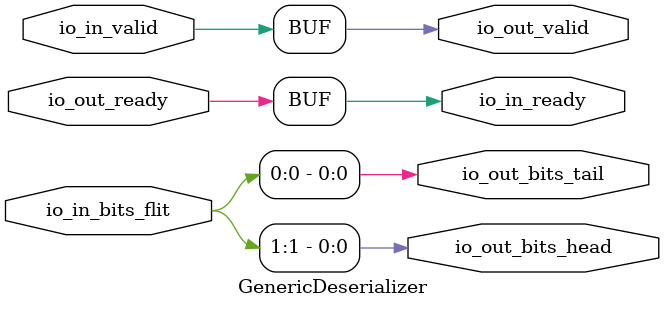
<source format=sv>
`ifndef RANDOMIZE
  `ifdef RANDOMIZE_MEM_INIT
    `define RANDOMIZE
  `endif // RANDOMIZE_MEM_INIT
`endif // not def RANDOMIZE
`ifndef RANDOMIZE
  `ifdef RANDOMIZE_REG_INIT
    `define RANDOMIZE
  `endif // RANDOMIZE_REG_INIT
`endif // not def RANDOMIZE

`ifndef RANDOM
  `define RANDOM $random
`endif // not def RANDOM

// Users can define INIT_RANDOM as general code that gets injected into the
// initializer block for modules with registers.
`ifndef INIT_RANDOM
  `define INIT_RANDOM
`endif // not def INIT_RANDOM

// If using random initialization, you can also define RANDOMIZE_DELAY to
// customize the delay used, otherwise 0.002 is used.
`ifndef RANDOMIZE_DELAY
  `define RANDOMIZE_DELAY 0.002
`endif // not def RANDOMIZE_DELAY

// Define INIT_RANDOM_PROLOG_ for use in our modules below.
`ifndef INIT_RANDOM_PROLOG_
  `ifdef RANDOMIZE
    `ifdef VERILATOR
      `define INIT_RANDOM_PROLOG_ `INIT_RANDOM
    `else  // VERILATOR
      `define INIT_RANDOM_PROLOG_ `INIT_RANDOM #`RANDOMIZE_DELAY begin end
    `endif // VERILATOR
  `else  // RANDOMIZE
    `define INIT_RANDOM_PROLOG_
  `endif // RANDOMIZE
`endif // not def INIT_RANDOM_PROLOG_

// Include register initializers in init blocks unless synthesis is set
`ifndef SYNTHESIS
  `ifndef ENABLE_INITIAL_REG_
    `define ENABLE_INITIAL_REG_
  `endif // not def ENABLE_INITIAL_REG_
`endif // not def SYNTHESIS

// Include rmemory initializers in init blocks unless synthesis is set
`ifndef SYNTHESIS
  `ifndef ENABLE_INITIAL_MEM_
    `define ENABLE_INITIAL_MEM_
  `endif // not def ENABLE_INITIAL_MEM_
`endif // not def SYNTHESIS

// Standard header to adapt well known macros for prints and assertions.

// Users can define 'PRINTF_COND' to add an extra gate to prints.
`ifndef PRINTF_COND_
  `ifdef PRINTF_COND
    `define PRINTF_COND_ (`PRINTF_COND)
  `else  // PRINTF_COND
    `define PRINTF_COND_ 1
  `endif // PRINTF_COND
`endif // not def PRINTF_COND_

// Users can define 'ASSERT_VERBOSE_COND' to add an extra gate to assert error printing.
`ifndef ASSERT_VERBOSE_COND_
  `ifdef ASSERT_VERBOSE_COND
    `define ASSERT_VERBOSE_COND_ (`ASSERT_VERBOSE_COND)
  `else  // ASSERT_VERBOSE_COND
    `define ASSERT_VERBOSE_COND_ 1
  `endif // ASSERT_VERBOSE_COND
`endif // not def ASSERT_VERBOSE_COND_

// Users can define 'STOP_COND' to add an extra gate to stop conditions.
`ifndef STOP_COND_
  `ifdef STOP_COND
    `define STOP_COND_ (`STOP_COND)
  `else  // STOP_COND
    `define STOP_COND_ 1
  `endif // STOP_COND
`endif // not def STOP_COND_

module GenericDeserializer(
  output        io_in_ready,	// @[generators/testchipip/src/main/scala/serdes/Serdes.scala:37:14]
  input         io_in_valid,	// @[generators/testchipip/src/main/scala/serdes/Serdes.scala:37:14]
  input  [15:0] io_in_bits_flit,	// @[generators/testchipip/src/main/scala/serdes/Serdes.scala:37:14]
  input         io_out_ready,	// @[generators/testchipip/src/main/scala/serdes/Serdes.scala:37:14]
  output        io_out_valid,	// @[generators/testchipip/src/main/scala/serdes/Serdes.scala:37:14]
  output        io_out_bits_head,	// @[generators/testchipip/src/main/scala/serdes/Serdes.scala:37:14]
  output        io_out_bits_tail	// @[generators/testchipip/src/main/scala/serdes/Serdes.scala:37:14]
);

  assign io_in_ready = io_out_ready;
  assign io_out_valid = io_in_valid;
  assign io_out_bits_head = io_in_bits_flit[1];	// @[generators/testchipip/src/main/scala/serdes/Serdes.scala:52:29]
  assign io_out_bits_tail = io_in_bits_flit[0];	// @[generators/testchipip/src/main/scala/serdes/Serdes.scala:52:29]
endmodule


</source>
